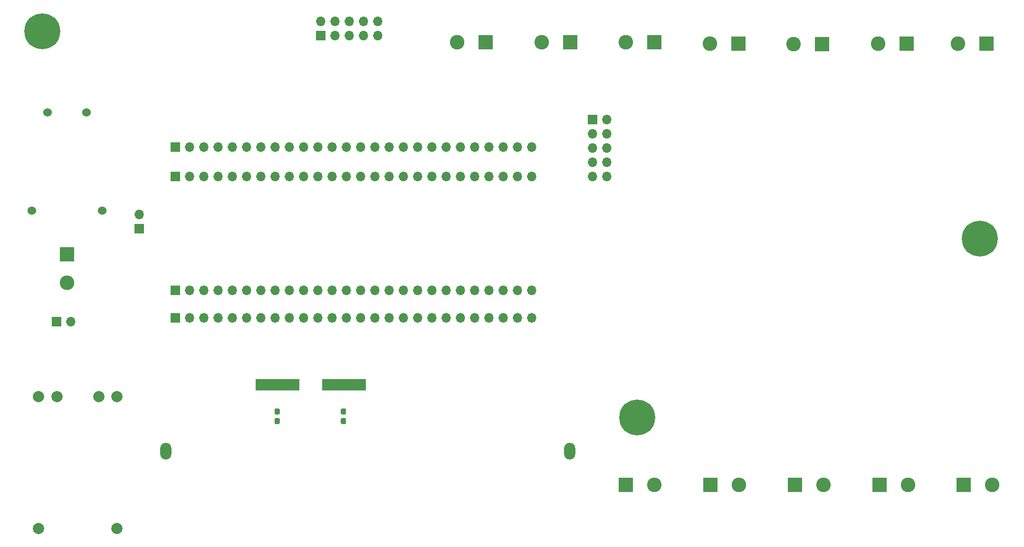
<source format=gbs>
G04 #@! TF.GenerationSoftware,KiCad,Pcbnew,(5.1.9)-1*
G04 #@! TF.CreationDate,2021-06-14T16:42:46+02:00*
G04 #@! TF.ProjectId,Test,54657374-2e6b-4696-9361-645f70636258,rev?*
G04 #@! TF.SameCoordinates,Original*
G04 #@! TF.FileFunction,Soldermask,Bot*
G04 #@! TF.FilePolarity,Negative*
%FSLAX46Y46*%
G04 Gerber Fmt 4.6, Leading zero omitted, Abs format (unit mm)*
G04 Created by KiCad (PCBNEW (5.1.9)-1) date 2021-06-14 16:42:46*
%MOMM*%
%LPD*%
G01*
G04 APERTURE LIST*
%ADD10O,2.000000X3.000000*%
%ADD11C,1.524000*%
%ADD12O,1.700000X1.700000*%
%ADD13R,1.700000X1.700000*%
%ADD14C,2.600000*%
%ADD15R,2.600000X2.600000*%
%ADD16C,2.000000*%
%ADD17R,7.875000X2.000000*%
%ADD18C,6.400000*%
G04 APERTURE END LIST*
D10*
X155000000Y-119000000D03*
X83000000Y-119000000D03*
D11*
X61905000Y-58540000D03*
X68905000Y-58540000D03*
X71655000Y-76040000D03*
X59155000Y-76040000D03*
D12*
X120745000Y-42260000D03*
X120745000Y-44800000D03*
X118205000Y-42260000D03*
X118205000Y-44800000D03*
X115665000Y-42260000D03*
X115665000Y-44800000D03*
X113125000Y-42260000D03*
X113125000Y-44800000D03*
X110585000Y-42260000D03*
D13*
X110585000Y-44800000D03*
D14*
X65405000Y-88900000D03*
D15*
X65405000Y-83820000D03*
D14*
X150000000Y-46000000D03*
D15*
X155080000Y-46000000D03*
D16*
X74325000Y-132750000D03*
X60325000Y-132750000D03*
X74325000Y-109250000D03*
X71075000Y-109250000D03*
X63575000Y-109250000D03*
X60325000Y-109250000D03*
D14*
X179920000Y-46260000D03*
D15*
X185000000Y-46260000D03*
D14*
X230280000Y-125020000D03*
D15*
X225200000Y-125020000D03*
D12*
X148177000Y-69946000D03*
X145637000Y-69946000D03*
X143097000Y-69946000D03*
X140557000Y-69946000D03*
X138017000Y-69946000D03*
X135477000Y-69946000D03*
X132937000Y-69946000D03*
X130397000Y-69946000D03*
X127857000Y-69946000D03*
X125317000Y-69946000D03*
X122777000Y-69946000D03*
X120237000Y-69946000D03*
X117697000Y-69946000D03*
X115157000Y-69946000D03*
X112617000Y-69946000D03*
X110077000Y-69946000D03*
X107537000Y-69946000D03*
X104997000Y-69946000D03*
X102457000Y-69946000D03*
X99917000Y-69946000D03*
X97377000Y-69946000D03*
X94837000Y-69946000D03*
X92297000Y-69946000D03*
X89757000Y-69946000D03*
X87217000Y-69946000D03*
D13*
X84677000Y-69946000D03*
D12*
X161575500Y-69946000D03*
X159035500Y-69946000D03*
X161575500Y-67406000D03*
X159035500Y-67406000D03*
X161575500Y-64866000D03*
X159035500Y-64866000D03*
X161575500Y-62326000D03*
X159035500Y-62326000D03*
X161575500Y-59786000D03*
D13*
X159035500Y-59786000D03*
D17*
X114744500Y-107157000D03*
X102869500Y-107157000D03*
D14*
X200180000Y-125000000D03*
D15*
X195100000Y-125000000D03*
D14*
X194876000Y-46320000D03*
D15*
X199956000Y-46320000D03*
D14*
X224120000Y-46260000D03*
D15*
X229200000Y-46260000D03*
D14*
X209920000Y-46260000D03*
D15*
X215000000Y-46260000D03*
D14*
X185080000Y-125000000D03*
D15*
X180000000Y-125000000D03*
D14*
X215280000Y-125000000D03*
D15*
X210200000Y-125000000D03*
D14*
X164920000Y-46000000D03*
D15*
X170000000Y-46000000D03*
D12*
X148177000Y-64739000D03*
X145637000Y-64739000D03*
X143097000Y-64739000D03*
X140557000Y-64739000D03*
X138017000Y-64739000D03*
X135477000Y-64739000D03*
X132937000Y-64739000D03*
X130397000Y-64739000D03*
X127857000Y-64739000D03*
X125317000Y-64739000D03*
X122777000Y-64739000D03*
X120237000Y-64739000D03*
X117697000Y-64739000D03*
X115157000Y-64739000D03*
X112617000Y-64739000D03*
X110077000Y-64739000D03*
X107537000Y-64739000D03*
X104997000Y-64739000D03*
X102457000Y-64739000D03*
X99917000Y-64739000D03*
X97377000Y-64739000D03*
X94837000Y-64739000D03*
X92297000Y-64739000D03*
X89757000Y-64739000D03*
X87217000Y-64739000D03*
D13*
X84677000Y-64739000D03*
D12*
X148177000Y-90266000D03*
X145637000Y-90266000D03*
X143097000Y-90266000D03*
X140557000Y-90266000D03*
X138017000Y-90266000D03*
X135477000Y-90266000D03*
X132937000Y-90266000D03*
X130397000Y-90266000D03*
X127857000Y-90266000D03*
X125317000Y-90266000D03*
X122777000Y-90266000D03*
X120237000Y-90266000D03*
X117697000Y-90266000D03*
X115157000Y-90266000D03*
X112617000Y-90266000D03*
X110077000Y-90266000D03*
X107537000Y-90266000D03*
X104997000Y-90266000D03*
X102457000Y-90266000D03*
X99917000Y-90266000D03*
X97377000Y-90266000D03*
X94837000Y-90266000D03*
X92297000Y-90266000D03*
X89757000Y-90266000D03*
X87217000Y-90266000D03*
D13*
X84677000Y-90266000D03*
D12*
X148177000Y-95219000D03*
X145637000Y-95219000D03*
X143097000Y-95219000D03*
X140557000Y-95219000D03*
X138017000Y-95219000D03*
X135477000Y-95219000D03*
X132937000Y-95219000D03*
X130397000Y-95219000D03*
X127857000Y-95219000D03*
X125317000Y-95219000D03*
X122777000Y-95219000D03*
X120237000Y-95219000D03*
X117697000Y-95219000D03*
X115157000Y-95219000D03*
X112617000Y-95219000D03*
X110077000Y-95219000D03*
X107537000Y-95219000D03*
X104997000Y-95219000D03*
X102457000Y-95219000D03*
X99917000Y-95219000D03*
X97377000Y-95219000D03*
X94837000Y-95219000D03*
X92297000Y-95219000D03*
X89757000Y-95219000D03*
X87217000Y-95219000D03*
D13*
X84677000Y-95219000D03*
D12*
X66040000Y-95885000D03*
D13*
X63500000Y-95885000D03*
D14*
X134920000Y-46000000D03*
D15*
X140000000Y-46000000D03*
D14*
X170080000Y-125000000D03*
D15*
X165000000Y-125000000D03*
G36*
G01*
X114411500Y-113070000D02*
X114886500Y-113070000D01*
G75*
G02*
X115124000Y-113307500I0J-237500D01*
G01*
X115124000Y-113907500D01*
G75*
G02*
X114886500Y-114145000I-237500J0D01*
G01*
X114411500Y-114145000D01*
G75*
G02*
X114174000Y-113907500I0J237500D01*
G01*
X114174000Y-113307500D01*
G75*
G02*
X114411500Y-113070000I237500J0D01*
G01*
G37*
G36*
G01*
X114411500Y-111345000D02*
X114886500Y-111345000D01*
G75*
G02*
X115124000Y-111582500I0J-237500D01*
G01*
X115124000Y-112182500D01*
G75*
G02*
X114886500Y-112420000I-237500J0D01*
G01*
X114411500Y-112420000D01*
G75*
G02*
X114174000Y-112182500I0J237500D01*
G01*
X114174000Y-111582500D01*
G75*
G02*
X114411500Y-111345000I237500J0D01*
G01*
G37*
G36*
G01*
X102600500Y-113070000D02*
X103075500Y-113070000D01*
G75*
G02*
X103313000Y-113307500I0J-237500D01*
G01*
X103313000Y-113907500D01*
G75*
G02*
X103075500Y-114145000I-237500J0D01*
G01*
X102600500Y-114145000D01*
G75*
G02*
X102363000Y-113907500I0J237500D01*
G01*
X102363000Y-113307500D01*
G75*
G02*
X102600500Y-113070000I237500J0D01*
G01*
G37*
G36*
G01*
X102600500Y-111345000D02*
X103075500Y-111345000D01*
G75*
G02*
X103313000Y-111582500I0J-237500D01*
G01*
X103313000Y-112182500D01*
G75*
G02*
X103075500Y-112420000I-237500J0D01*
G01*
X102600500Y-112420000D01*
G75*
G02*
X102363000Y-112182500I0J237500D01*
G01*
X102363000Y-111582500D01*
G75*
G02*
X102600500Y-111345000I237500J0D01*
G01*
G37*
D13*
X78232000Y-79248000D03*
D12*
X78232000Y-76708000D03*
D18*
X228000000Y-81000000D03*
X61000000Y-44000000D03*
X167000000Y-113000000D03*
M02*

</source>
